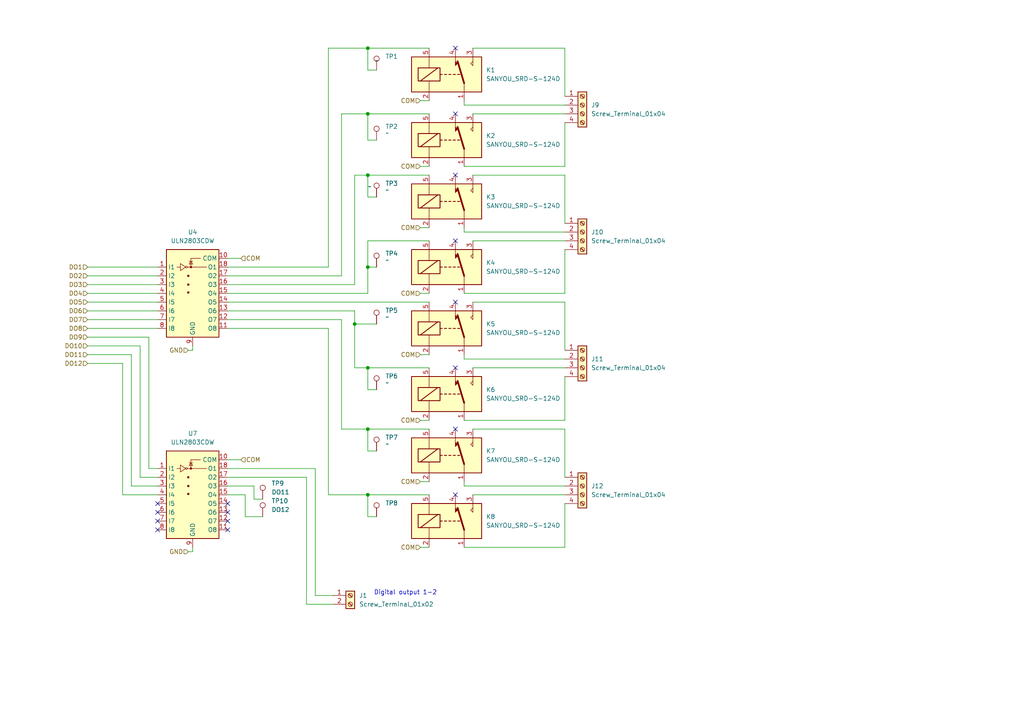
<source format=kicad_sch>
(kicad_sch (version 20250114) (generator "eeschema") (generator_version "9.0")
  (paper "A4")
  (title_block (title "controesp BASE") (date "2025-03-15") (rev "1") (comment 1 "1x display connector") (comment 2 "8x NO relay outputs; 2x 24V digital outputs") (comment 3 "8x 24V digital inputs; 2x 0-5V analog input") (comment 4 "24V supply") (comment 5 "12x 24V digital inputs") (comment 6 "1x 0-5V analog input") (comment 9 "test comment9"))
  (lib_symbols
    (symbol "Connector:Screw_Terminal_01x02" (pin_names (offset 1.016) (hide yes))
      (property "Reference" "J" (at 0 2.54 0))
      (property "Value" "Screw_Terminal_01x02" (at 0 -5.08 0))
      (symbol "Screw_Terminal_01x02_1_1"
        (rectangle (start -1.27 1.27) (end 1.27 -3.81) (stroke (width 0.254)) (fill (type background)))
        (polyline (pts (xy -0.5334 0.3302) (xy 0.3302 -0.508)) (stroke (width 0.1524)))
        (polyline (pts (xy -0.5334 -2.2098) (xy 0.3302 -3.048)) (stroke (width 0.1524)))
        (polyline (pts (xy -0.3556 0.508) (xy 0.508 -0.3302)) (stroke (width 0.1524)))
        (polyline (pts (xy -0.3556 -2.032) (xy 0.508 -2.8702)) (stroke (width 0.1524)))
        (circle (center 0 0) (radius 0.635) (stroke (width 0.1524)))
        (circle (center 0 -2.54) (radius 0.635) (stroke (width 0.1524)))
        (pin passive line (at -5.08 0 0) (length 3.81) (name "Pin_1") (number "1"))
        (pin passive line (at -5.08 -2.54 0) (length 3.81) (name "Pin_2") (number "2"))
      )
    )
    (symbol "Connector:Screw_Terminal_01x04" (pin_names (offset 1.016) (hide yes))
      (property "Reference" "J" (at 0 5.08 0))
      (property "Value" "Screw_Terminal_01x04" (at 0 -7.62 0))
      (symbol "Screw_Terminal_01x04_1_1"
        (rectangle (start -1.27 3.81) (end 1.27 -6.35) (stroke (width 0.254)) (fill (type background)))
        (polyline (pts (xy -0.5334 2.8702) (xy 0.3302 2.032)) (stroke (width 0.1524)))
        (polyline (pts (xy -0.5334 0.3302) (xy 0.3302 -0.508)) (stroke (width 0.1524)))
        (polyline (pts (xy -0.5334 -2.2098) (xy 0.3302 -3.048)) (stroke (width 0.1524)))
        (polyline (pts (xy -0.5334 -4.7498) (xy 0.3302 -5.588)) (stroke (width 0.1524)))
        (polyline (pts (xy -0.3556 3.048) (xy 0.508 2.2098)) (stroke (width 0.1524)))
        (polyline (pts (xy -0.3556 0.508) (xy 0.508 -0.3302)) (stroke (width 0.1524)))
        (polyline (pts (xy -0.3556 -2.032) (xy 0.508 -2.8702)) (stroke (width 0.1524)))
        (polyline (pts (xy -0.3556 -4.572) (xy 0.508 -5.4102)) (stroke (width 0.1524)))
        (circle (center 0 2.54) (radius 0.635) (stroke (width 0.1524)))
        (circle (center 0 0) (radius 0.635) (stroke (width 0.1524)))
        (circle (center 0 -2.54) (radius 0.635) (stroke (width 0.1524)))
        (circle (center 0 -5.08) (radius 0.635) (stroke (width 0.1524)))
        (pin passive line (at -5.08 2.54 0) (length 3.81) (name "Pin_1") (number "1"))
        (pin passive line (at -5.08 0 0) (length 3.81) (name "Pin_2") (number "2"))
        (pin passive line (at -5.08 -2.54 0) (length 3.81) (name "Pin_3") (number "3"))
        (pin passive line (at -5.08 -5.08 0) (length 3.81) (name "Pin_4") (number "4"))
      )
    )
    (symbol "Connector:TestPoint" (pin_numbers (hide yes)) (pin_names (offset 0.762) (hide yes))
      (property "Reference" "TP" (at 0 6.858 0))
      (property "Value" "TestPoint" (at 0 5.08 0))
      (symbol "TestPoint_0_1"
        (circle (center 0 3.302) (radius 0.762))
      )
      (symbol "TestPoint_1_1"
        (pin passive line (at 0 0 90) (length 2.54) (name "1") (number "1"))
      )
    )
    (symbol "Relay:SANYOU_SRD_Form_C"
      (property "Reference" "K" (at 11.43 3.81 0))
      (property "Value" "SANYOU_SRD_Form_C" (at 11.43 1.27 0))
      (symbol "SANYOU_SRD_Form_C_0_0"
        (polyline (pts (xy 7.62 5.08) (xy 7.62 2.54) (xy 6.985 3.175) (xy 7.62 3.81)))
      )
      (symbol "SANYOU_SRD_Form_C_0_1"
        (rectangle (start -10.16 5.08) (end 10.16 -5.08) (stroke (width 0.254)) (fill (type background)))
        (rectangle (start -8.255 1.905) (end -1.905 -1.905) (stroke (width 0.254)))
        (polyline (pts (xy -7.62 -1.905) (xy -2.54 1.905)) (stroke (width 0.254)))
        (polyline (pts (xy -5.08 5.08) (xy -5.08 1.905)))
        (polyline (pts (xy -5.08 -5.08) (xy -5.08 -1.905)))
        (polyline (pts (xy -1.905 0) (xy -1.27 0)) (stroke (width 0.254)))
        (polyline (pts (xy -0.635 0) (xy 0 0)) (stroke (width 0.254)))
        (polyline (pts (xy 0.635 0) (xy 1.27 0)) (stroke (width 0.254)))
        (polyline (pts (xy 1.905 0) (xy 2.54 0)) (stroke (width 0.254)))
        (polyline (pts (xy 3.175 0) (xy 3.81 0)) (stroke (width 0.254)))
        (polyline (pts (xy 5.08 -2.54) (xy 3.175 3.81)) (stroke (width 0.508)))
        (polyline (pts (xy 5.08 -2.54) (xy 5.08 -5.08)))
      )
      (symbol "SANYOU_SRD_Form_C_1_1"
        (polyline (pts (xy 2.54 3.81) (xy 3.175 3.175) (xy 2.54 2.54) (xy 2.54 5.08)) (fill (type outline)))
        (pin passive line (at -5.08 7.62 270) (length 2.54) (name "~") (number "5"))
        (pin passive line (at -5.08 -7.62 90) (length 2.54) (name "~") (number "2"))
        (pin passive line (at 2.54 7.62 270) (length 2.54) (name "~") (number "4"))
        (pin passive line (at 5.08 -7.62 90) (length 2.54) (name "~") (number "1"))
        (pin passive line (at 7.62 7.62 270) (length 2.54) (name "~") (number "3"))
      )
    )
    (symbol "Transistor_Array:ULN2803A"
      (property "Reference" "U" (at 0 13.335 0))
      (property "Value" "ULN2803A" (at 0 11.43 0))
      (symbol "ULN2803A_0_1"
        (rectangle (start -7.62 -15.24) (end 7.62 10.16) (stroke (width 0.254)) (fill (type background)))
        (polyline (pts (xy -4.572 5.08) (xy -3.556 5.08)))
        (polyline (pts (xy -3.556 6.096) (xy -3.556 4.064) (xy -2.032 5.08) (xy -3.556 6.096)))
        (circle (center -1.778 5.08) (radius 0.254))
        (polyline (pts (xy -1.524 5.08) (xy 4.064 5.08)))
        (circle (center -1.27 2.54) (radius 0.254) (fill (type outline)))
        (circle (center -1.27 0) (radius 0.254) (fill (type outline)))
        (circle (center -1.27 -2.286) (radius 0.254) (fill (type outline)))
        (circle (center -0.508 5.08) (radius 0.254) (fill (type outline)))
        (polyline (pts (xy -0.508 5.08) (xy -0.508 7.62) (xy 2.286 7.62)))
        (polyline (pts (xy 0 6.731) (xy -1.016 6.731)))
        (polyline (pts (xy 0 5.969) (xy -1.016 5.969) (xy -0.508 6.731) (xy 0 5.969)))
      )
      (symbol "ULN2803A_1_1"
        (pin input line (at -10.16 5.08 0) (length 2.54) (name "I1") (number "1"))
        (pin input line (at -10.16 2.54 0) (length 2.54) (name "I2") (number "2"))
        (pin input line (at -10.16 0 0) (length 2.54) (name "I3") (number "3"))
        (pin input line (at -10.16 -2.54 0) (length 2.54) (name "I4") (number "4"))
        (pin input line (at -10.16 -5.08 0) (length 2.54) (name "I5") (number "5"))
        (pin input line (at -10.16 -7.62 0) (length 2.54) (name "I6") (number "6"))
        (pin input line (at -10.16 -10.16 0) (length 2.54) (name "I7") (number "7"))
        (pin input line (at -10.16 -12.7 0) (length 2.54) (name "I8") (number "8"))
        (pin power_in line (at 0 -17.78 90) (length 2.54) (name "GND") (number "9"))
        (pin passive line (at 10.16 7.62 180) (length 2.54) (name "COM") (number "10"))
        (pin open_collector line (at 10.16 5.08 180) (length 2.54) (name "O1") (number "18"))
        (pin open_collector line (at 10.16 2.54 180) (length 2.54) (name "O2") (number "17"))
        (pin open_collector line (at 10.16 0 180) (length 2.54) (name "O3") (number "16"))
        (pin open_collector line (at 10.16 -2.54 180) (length 2.54) (name "O4") (number "15"))
        (pin open_collector line (at 10.16 -5.08 180) (length 2.54) (name "O5") (number "14"))
        (pin open_collector line (at 10.16 -7.62 180) (length 2.54) (name "O6") (number "13"))
        (pin open_collector line (at 10.16 -10.16 180) (length 2.54) (name "O7") (number "12"))
        (pin open_collector line (at 10.16 -12.7 180) (length 2.54) (name "O8") (number "11"))
      )
    )
  )
  (text "Digital output 1-2" (at 117.602 171.958 0) (effects (font (size 1.27 1.27))))
  (junction (at 106.68 50.8))
  (junction (at 106.68 77.47))
  (junction (at 102.87 93.98))
  (junction (at 106.68 124.46))
  (junction (at 106.68 143.51))
  (junction (at 106.68 106.68))
  (junction (at 106.68 13.97))
  (junction (at 106.68 33.02))
  (no_connect (at 66.04 146.05))
  (no_connect (at 132.08 143.51))
  (no_connect (at 45.72 153.67))
  (no_connect (at 66.04 148.59))
  (no_connect (at 45.72 148.59))
  (no_connect (at 66.04 153.67))
  (no_connect (at 132.08 13.97))
  (no_connect (at 132.08 106.68))
  (no_connect (at 132.08 87.63))
  (no_connect (at 132.08 50.8))
  (no_connect (at 45.72 146.05))
  (no_connect (at 66.04 151.13))
  (no_connect (at 132.08 124.46))
  (no_connect (at 132.08 69.85))
  (no_connect (at 45.72 151.13))
  (no_connect (at 132.08 33.02))
  (wire (pts (xy 25.4 97.79) (xy 43.18 97.79)))
  (wire (pts (xy 55.88 160.02) (xy 55.88 158.75)))
  (wire (pts (xy 25.4 95.25) (xy 45.72 95.25)))
  (wire (pts (xy 99.06 33.02) (xy 99.06 80.01)))
  (wire (pts (xy 102.87 93.98) (xy 102.87 90.17)))
  (wire (pts (xy 137.16 124.46) (xy 163.83 124.46)))
  (wire (pts (xy 134.62 29.21) (xy 134.62 30.48)))
  (wire (pts (xy 25.4 77.47) (xy 45.72 77.47)))
  (wire (pts (xy 134.62 67.31) (xy 163.83 67.31)))
  (wire (pts (xy 99.06 124.46) (xy 106.68 124.46)))
  (wire (pts (xy 134.62 30.48) (xy 163.83 30.48)))
  (wire (pts (xy 121.92 102.87) (xy 124.46 102.87)))
  (wire (pts (xy 102.87 106.68) (xy 102.87 93.98)))
  (wire (pts (xy 38.1 140.97) (xy 45.72 140.97)))
  (wire (pts (xy 88.9 175.26) (xy 96.52 175.26)))
  (wire (pts (xy 163.83 50.8) (xy 163.83 64.77)))
  (wire (pts (xy 99.06 33.02) (xy 106.68 33.02)))
  (wire (pts (xy 109.22 113.03) (xy 106.68 113.03)))
  (wire (pts (xy 106.68 124.46) (xy 124.46 124.46)))
  (wire (pts (xy 106.68 69.85) (xy 124.46 69.85)))
  (wire (pts (xy 91.44 135.89) (xy 91.44 172.72)))
  (wire (pts (xy 66.04 133.35) (xy 69.85 133.35)))
  (wire (pts (xy 95.25 143.51) (xy 106.68 143.51)))
  (wire (pts (xy 95.25 13.97) (xy 106.68 13.97)))
  (wire (pts (xy 106.68 77.47) (xy 109.22 77.47)))
  (wire (pts (xy 163.83 109.22) (xy 163.83 121.92)))
  (wire (pts (xy 163.83 13.97) (xy 163.83 27.94)))
  (wire (pts (xy 66.04 138.43) (xy 88.9 138.43)))
  (wire (pts (xy 121.92 48.26) (xy 124.46 48.26)))
  (wire (pts (xy 163.83 72.39) (xy 163.83 85.09)))
  (wire (pts (xy 40.64 138.43) (xy 45.72 138.43)))
  (wire (pts (xy 121.92 139.7) (xy 124.46 139.7)))
  (wire (pts (xy 137.16 143.51) (xy 163.83 143.51)))
  (wire (pts (xy 106.68 143.51) (xy 124.46 143.51)))
  (wire (pts (xy 109.22 20.32) (xy 106.68 20.32)))
  (wire (pts (xy 106.68 106.68) (xy 124.46 106.68)))
  (wire (pts (xy 134.62 66.04) (xy 134.62 67.31)))
  (wire (pts (xy 106.68 57.15) (xy 106.68 50.8)))
  (wire (pts (xy 25.4 92.71) (xy 45.72 92.71)))
  (wire (pts (xy 91.44 172.72) (xy 96.52 172.72)))
  (wire (pts (xy 106.68 130.81) (xy 106.68 124.46)))
  (wire (pts (xy 121.92 85.09) (xy 124.46 85.09)))
  (wire (pts (xy 163.83 146.05) (xy 163.83 158.75)))
  (wire (pts (xy 106.68 33.02) (xy 124.46 33.02)))
  (wire (pts (xy 25.4 90.17) (xy 45.72 90.17)))
  (wire (pts (xy 163.83 124.46) (xy 163.83 138.43)))
  (wire (pts (xy 66.04 135.89) (xy 91.44 135.89)))
  (wire (pts (xy 35.56 105.41) (xy 35.56 143.51)))
  (wire (pts (xy 102.87 106.68) (xy 106.68 106.68)))
  (wire (pts (xy 25.4 85.09) (xy 45.72 85.09)))
  (wire (pts (xy 99.06 92.71) (xy 99.06 124.46)))
  (wire (pts (xy 106.68 40.64) (xy 106.68 33.02)))
  (wire (pts (xy 109.22 40.64) (xy 106.68 40.64)))
  (wire (pts (xy 95.25 13.97) (xy 95.25 77.47)))
  (wire (pts (xy 66.04 95.25) (xy 95.25 95.25)))
  (wire (pts (xy 43.18 97.79) (xy 43.18 135.89)))
  (wire (pts (xy 66.04 82.55) (xy 102.87 82.55)))
  (wire (pts (xy 71.12 149.86) (xy 71.12 143.51)))
  (wire (pts (xy 66.04 85.09) (xy 106.68 85.09)))
  (wire (pts (xy 66.04 74.93) (xy 69.85 74.93)))
  (wire (pts (xy 40.64 100.33) (xy 40.64 138.43)))
  (wire (pts (xy 106.68 13.97) (xy 124.46 13.97)))
  (wire (pts (xy 106.68 20.32) (xy 106.68 13.97)))
  (wire (pts (xy 102.87 93.98) (xy 109.22 93.98)))
  (wire (pts (xy 121.92 29.21) (xy 124.46 29.21)))
  (wire (pts (xy 106.68 77.47) (xy 106.68 85.09)))
  (wire (pts (xy 54.61 101.6) (xy 55.88 101.6)))
  (wire (pts (xy 54.61 160.02) (xy 55.88 160.02)))
  (wire (pts (xy 109.22 130.81) (xy 106.68 130.81)))
  (wire (pts (xy 88.9 138.43) (xy 88.9 175.26)))
  (wire (pts (xy 25.4 100.33) (xy 40.64 100.33)))
  (wire (pts (xy 73.66 144.78) (xy 73.66 140.97)))
  (wire (pts (xy 55.88 101.6) (xy 55.88 100.33)))
  (wire (pts (xy 134.62 102.87) (xy 134.62 104.14)))
  (wire (pts (xy 76.2 149.86) (xy 71.12 149.86)))
  (wire (pts (xy 25.4 82.55) (xy 45.72 82.55)))
  (wire (pts (xy 66.04 77.47) (xy 95.25 77.47)))
  (wire (pts (xy 35.56 143.51) (xy 45.72 143.51)))
  (wire (pts (xy 43.18 135.89) (xy 45.72 135.89)))
  (wire (pts (xy 106.68 149.86) (xy 106.68 143.51)))
  (wire (pts (xy 163.83 87.63) (xy 163.83 101.6)))
  (wire (pts (xy 109.22 149.86) (xy 106.68 149.86)))
  (wire (pts (xy 134.62 139.7) (xy 134.62 140.97)))
  (wire (pts (xy 71.12 143.51) (xy 66.04 143.51)))
  (wire (pts (xy 137.16 13.97) (xy 163.83 13.97)))
  (wire (pts (xy 38.1 102.87) (xy 38.1 140.97)))
  (wire (pts (xy 102.87 50.8) (xy 102.87 82.55)))
  (wire (pts (xy 66.04 92.71) (xy 99.06 92.71)))
  (wire (pts (xy 106.68 50.8) (xy 124.46 50.8)))
  (wire (pts (xy 25.4 87.63) (xy 45.72 87.63)))
  (wire (pts (xy 25.4 80.01) (xy 45.72 80.01)))
  (wire (pts (xy 134.62 140.97) (xy 163.83 140.97)))
  (wire (pts (xy 66.04 87.63) (xy 124.46 87.63)))
  (wire (pts (xy 106.68 113.03) (xy 106.68 106.68)))
  (wire (pts (xy 163.83 85.09) (xy 134.62 85.09)))
  (wire (pts (xy 95.25 95.25) (xy 95.25 143.51)))
  (wire (pts (xy 134.62 104.14) (xy 163.83 104.14)))
  (wire (pts (xy 137.16 33.02) (xy 163.83 33.02)))
  (wire (pts (xy 66.04 80.01) (xy 99.06 80.01)))
  (wire (pts (xy 137.16 87.63) (xy 163.83 87.63)))
  (wire (pts (xy 163.83 35.56) (xy 163.83 48.26)))
  (wire (pts (xy 106.68 69.85) (xy 106.68 77.47)))
  (wire (pts (xy 25.4 102.87) (xy 38.1 102.87)))
  (wire (pts (xy 137.16 106.68) (xy 163.83 106.68)))
  (wire (pts (xy 121.92 66.04) (xy 124.46 66.04)))
  (wire (pts (xy 163.83 158.75) (xy 134.62 158.75)))
  (wire (pts (xy 73.66 140.97) (xy 66.04 140.97)))
  (wire (pts (xy 25.4 105.41) (xy 35.56 105.41)))
  (wire (pts (xy 137.16 50.8) (xy 163.83 50.8)))
  (wire (pts (xy 163.83 121.92) (xy 134.62 121.92)))
  (wire (pts (xy 66.04 90.17) (xy 102.87 90.17)))
  (wire (pts (xy 109.22 57.15) (xy 106.68 57.15)))
  (wire (pts (xy 163.83 48.26) (xy 134.62 48.26)))
  (wire (pts (xy 121.92 158.75) (xy 124.46 158.75)))
  (wire (pts (xy 121.92 121.92) (xy 124.46 121.92)))
  (wire (pts (xy 76.2 144.78) (xy 73.66 144.78)))
  (wire (pts (xy 102.87 50.8) (xy 106.68 50.8)))
  (wire (pts (xy 137.16 69.85) (xy 163.83 69.85)))
  (hierarchical_label "COM" (shape input) (at 121.92 85.09 180))
  (hierarchical_label "DO11" (shape input) (at 25.4 102.87 180))
  (hierarchical_label "DO10" (shape input) (at 25.4 100.33 180))
  (hierarchical_label "COM" (shape input) (at 121.92 139.7 180))
  (hierarchical_label "COM" (shape input) (at 69.85 133.35 0))
  (hierarchical_label "COM" (shape input) (at 121.92 121.92 180))
  (hierarchical_label "COM" (shape input) (at 121.92 48.26 180))
  (hierarchical_label "COM" (shape input) (at 121.92 66.04 180))
  (hierarchical_label "GND" (shape input) (at 54.61 101.6 180))
  (hierarchical_label "DO6" (shape input) (at 25.4 90.17 180))
  (hierarchical_label "DO3" (shape input) (at 25.4 82.55 180))
  (hierarchical_label "DO4" (shape input) (at 25.4 85.09 180))
  (hierarchical_label "DO8" (shape input) (at 25.4 95.25 180))
  (hierarchical_label "DO9" (shape input) (at 25.4 97.79 180))
  (hierarchical_label "DO7" (shape input) (at 25.4 92.71 180))
  (hierarchical_label "COM" (shape input) (at 69.85 74.93 0))
  (hierarchical_label "COM" (shape input) (at 121.92 29.21 180))
  (hierarchical_label "GND" (shape input) (at 54.61 160.02 180))
  (hierarchical_label "DO1" (shape input) (at 25.4 77.47 180))
  (hierarchical_label "COM" (shape input) (at 121.92 158.75 180))
  (hierarchical_label "DO5" (shape input) (at 25.4 87.63 180))
  (hierarchical_label "DO12" (shape input) (at 25.4 105.41 180))
  (hierarchical_label "DO2" (shape input) (at 25.4 80.01 180))
  (hierarchical_label "COM" (shape input) (at 121.92 102.87 180))
  (symbol (lib_id "Connector:Screw_Terminal_01x04") (at 168.91 104.14 0) (unit 1)
    (property "Reference" "J11" (at 171.45 104.1399 0) (effects (justify left)))
    (property "Value" "Screw_Terminal_01x04" (at 171.45 106.6799 0) (effects (justify left)))
    (property "Footprint" "Connector_Phoenix_MC:PhoenixContact_MC_1,5_4-G-3.5_1x04_P3.50mm_Horizontal" (effects (hide yes)))
    (property "Description" "Generic screw terminal, single row, 01x04, script generated (kicad-library-utils/schlib/autogen/connector/)" (effects (hide yes)))
    (property "LCSC" "C5241865" (effects (hide yes)))
  )
  (symbol (lib_id "Connector:TestPoint") (at 76.2 144.78 0) (unit 1)
    (property "Reference" "TP9" (at 78.74 140.2079 0) (effects (justify left)))
    (property "Value" "DO11" (at 78.74 142.7479 0) (effects (justify left)))
    (property "Footprint" "TestPoint:TestPoint_Plated_Hole_D2.0mm" (effects (hide yes)))
    (property "Description" "test point" (effects (hide yes)))
  )
  (symbol (lib_id "Relay:SANYOU_SRD_Form_C") (at 129.54 21.59 0) (unit 1)
    (property "Reference" "K1" (at 140.97 20.3199 0) (effects (justify left)))
    (property "Value" "SANYOU_SRD-S-124D" (at 140.97 22.8599 0) (effects (justify left)))
    (property "Footprint" "Relay_THT:Relay_SPDT_SANYOU_SRD_Series_Form_C" (effects (hide yes)))
    (property "Datasheet" "http://www.sanyourelay.ca/public/products/pdf/SRD.pdf" (effects (hide yes)))
    (property "Description" "Sanyo SRD relay, Single Pole Miniature Power Relay," (effects (hide yes)))
    (property "LCSC" "C276436" (effects (hide yes)))
  )
  (symbol (lib_id "Connector:TestPoint") (at 109.22 149.86 0) (unit 1)
    (property "Reference" "TP8" (at 111.76 145.9229 0) (effects (justify left)))
    (property "Value" "~" (at 106.68 54.102 0) (effects (justify left)))
    (property "Footprint" "TestPoint:TestPoint_Pad_D1.5mm" (effects (hide yes)))
    (property "Description" "test point" (effects (hide yes)))
  )
  (symbol (lib_id "Connector:TestPoint") (at 109.22 130.81 0) (unit 1)
    (property "Reference" "TP7" (at 111.76 126.8729 0) (effects (justify left)))
    (property "Value" "~" (at 111.76 128.778 0) (effects (justify left)))
    (property "Footprint" "TestPoint:TestPoint_Pad_D1.5mm" (effects (hide yes)))
    (property "Description" "test point" (effects (hide yes)))
  )
  (symbol (lib_id "Relay:SANYOU_SRD_Form_C") (at 129.54 151.13 0) (unit 1)
    (property "Reference" "K8" (at 140.97 149.8599 0) (effects (justify left)))
    (property "Value" "SANYOU_SRD-S-124D" (at 140.97 152.3999 0) (effects (justify left)))
    (property "Footprint" "Relay_THT:Relay_SPDT_SANYOU_SRD_Series_Form_C" (effects (hide yes)))
    (property "Datasheet" "http://www.sanyourelay.ca/public/products/pdf/SRD.pdf" (effects (hide yes)))
    (property "Description" "Sanyo SRD relay, Single Pole Miniature Power Relay," (effects (hide yes)))
    (property "LCSC" "C276436" (effects (hide yes)))
  )
  (symbol (lib_id "Connector:Screw_Terminal_01x04") (at 168.91 30.48 0) (unit 1)
    (property "Reference" "J9" (at 171.45 30.4799 0) (effects (justify left)))
    (property "Value" "Screw_Terminal_01x04" (at 171.45 33.0199 0) (effects (justify left)))
    (property "Footprint" "Connector_Phoenix_MC:PhoenixContact_MC_1,5_4-G-3.5_1x04_P3.50mm_Horizontal" (effects (hide yes)))
    (property "Description" "Generic screw terminal, single row, 01x04, script generated (kicad-library-utils/schlib/autogen/connector/)" (effects (hide yes)))
    (property "LCSC" "C5241865" (effects (hide yes)))
  )
  (symbol (lib_id "Connector:Screw_Terminal_01x02") (at 101.6 172.72 0) (unit 1)
    (property "Reference" "J1" (at 104.14 172.7199 0) (effects (justify left)))
    (property "Value" "Screw_Terminal_01x02" (at 104.14 175.2599 0) (effects (justify left)))
    (property "Footprint" "Connector_Phoenix_MC:PhoenixContact_MC_1,5_2-G-3.5_1x02_P3.50mm_Horizontal" (effects (hide yes)))
    (property "Description" "Generic screw terminal, single row, 01x02, script generated (kicad-library-utils/schlib/autogen/connector/)" (effects (hide yes)))
    (property "LCSC" "C61791" (effects (hide yes)))
  )
  (symbol (lib_id "Relay:SANYOU_SRD_Form_C") (at 129.54 77.47 0) (unit 1)
    (property "Reference" "K4" (at 140.97 76.1999 0) (effects (justify left)))
    (property "Value" "SANYOU_SRD-S-124D" (at 140.97 78.7399 0) (effects (justify left)))
    (property "Footprint" "Relay_THT:Relay_SPDT_SANYOU_SRD_Series_Form_C" (effects (hide yes)))
    (property "Datasheet" "http://www.sanyourelay.ca/public/products/pdf/SRD.pdf" (effects (hide yes)))
    (property "Description" "Sanyo SRD relay, Single Pole Miniature Power Relay," (effects (hide yes)))
    (property "LCSC" "C276436" (effects (hide yes)))
  )
  (symbol (lib_id "Connector:TestPoint") (at 109.22 113.03 0) (unit 1)
    (property "Reference" "TP6" (at 111.76 109.0929 0) (effects (justify left)))
    (property "Value" "~" (at 111.76 110.998 0) (effects (justify left)))
    (property "Footprint" "TestPoint:TestPoint_Pad_D1.5mm" (effects (hide yes)))
    (property "Description" "test point" (effects (hide yes)))
  )
  (symbol (lib_id "Connector:TestPoint") (at 109.22 40.64 0) (unit 1)
    (property "Reference" "TP2" (at 111.76 36.7029 0) (effects (justify left)))
    (property "Value" "~" (at 111.76 38.608 0) (effects (justify left)))
    (property "Footprint" "TestPoint:TestPoint_Pad_D1.5mm" (effects (hide yes)))
    (property "Description" "test point" (effects (hide yes)))
  )
  (symbol (lib_id "Relay:SANYOU_SRD_Form_C") (at 129.54 95.25 0) (unit 1)
    (property "Reference" "K5" (at 140.97 93.9799 0) (effects (justify left)))
    (property "Value" "SANYOU_SRD-S-124D" (at 140.97 96.5199 0) (effects (justify left)))
    (property "Footprint" "Relay_THT:Relay_SPDT_SANYOU_SRD_Series_Form_C" (effects (hide yes)))
    (property "Datasheet" "http://www.sanyourelay.ca/public/products/pdf/SRD.pdf" (effects (hide yes)))
    (property "Description" "Sanyo SRD relay, Single Pole Miniature Power Relay," (effects (hide yes)))
    (property "LCSC" "C276436" (effects (hide yes)))
  )
  (symbol (lib_id "Transistor_Array:ULN2803A") (at 55.88 140.97 0) (unit 1)
    (property "Reference" "U7" (at 55.88 125.73 0))
    (property "Value" "ULN2803CDW" (at 55.88 128.27 0))
    (property "Footprint" "Package_SO:SOIC-20W_7.5x12.8mm_P1.27mm" (effects (hide yes)))
    (property "Datasheet" "http://www.ti.com/lit/ds/symlink/uln2803a.pdf" (effects (hide yes)))
    (property "Description" "Darlington Transistor Arrays, SOIC18/DIP18" (effects (hide yes)))
    (property "LCSC" "C7494313" (effects (hide yes)))
  )
  (symbol (lib_id "Relay:SANYOU_SRD_Form_C") (at 129.54 132.08 0) (unit 1)
    (property "Reference" "K7" (at 140.97 130.8099 0) (effects (justify left)))
    (property "Value" "SANYOU_SRD-S-124D" (at 140.97 133.3499 0) (effects (justify left)))
    (property "Footprint" "Relay_THT:Relay_SPDT_SANYOU_SRD_Series_Form_C" (effects (hide yes)))
    (property "Datasheet" "http://www.sanyourelay.ca/public/products/pdf/SRD.pdf" (effects (hide yes)))
    (property "Description" "Sanyo SRD relay, Single Pole Miniature Power Relay," (effects (hide yes)))
    (property "LCSC" "C276436" (effects (hide yes)))
  )
  (symbol (lib_id "Connector:TestPoint") (at 76.2 149.86 0) (unit 1)
    (property "Reference" "TP10" (at 78.74 145.2879 0) (effects (justify left)))
    (property "Value" "DO12" (at 78.74 147.8279 0) (effects (justify left)))
    (property "Footprint" "TestPoint:TestPoint_Plated_Hole_D2.0mm" (effects (hide yes)))
    (property "Description" "test point" (effects (hide yes)))
  )
  (symbol (lib_id "Relay:SANYOU_SRD_Form_C") (at 129.54 40.64 0) (unit 1)
    (property "Reference" "K2" (at 140.97 39.3699 0) (effects (justify left)))
    (property "Value" "SANYOU_SRD-S-124D" (at 140.97 41.9099 0) (effects (justify left)))
    (property "Footprint" "Relay_THT:Relay_SPDT_SANYOU_SRD_Series_Form_C" (effects (hide yes)))
    (property "Datasheet" "http://www.sanyourelay.ca/public/products/pdf/SRD.pdf" (effects (hide yes)))
    (property "Description" "Sanyo SRD relay, Single Pole Miniature Power Relay," (effects (hide yes)))
    (property "LCSC" "C276436" (effects (hide yes)))
  )
  (symbol (lib_id "Connector:TestPoint") (at 109.22 20.32 0) (unit 1)
    (property "Reference" "TP1" (at 111.76 16.3829 0) (effects (justify left)))
    (property "Value" "~" (at 108.712 17.526 0) (effects (justify left)))
    (property "Footprint" "TestPoint:TestPoint_Pad_D1.5mm" (effects (hide yes)))
    (property "Description" "test point" (effects (hide yes)))
  )
  (symbol (lib_id "Relay:SANYOU_SRD_Form_C") (at 129.54 114.3 0) (unit 1)
    (property "Reference" "K6" (at 140.97 113.0299 0) (effects (justify left)))
    (property "Value" "SANYOU_SRD-S-124D" (at 140.97 115.5699 0) (effects (justify left)))
    (property "Footprint" "Relay_THT:Relay_SPDT_SANYOU_SRD_Series_Form_C" (effects (hide yes)))
    (property "Datasheet" "http://www.sanyourelay.ca/public/products/pdf/SRD.pdf" (effects (hide yes)))
    (property "Description" "Sanyo SRD relay, Single Pole Miniature Power Relay," (effects (hide yes)))
    (property "LCSC" "C276436" (effects (hide yes)))
  )
  (symbol (lib_id "Connector:Screw_Terminal_01x04") (at 168.91 67.31 0) (unit 1)
    (property "Reference" "J10" (at 171.45 67.3099 0) (effects (justify left)))
    (property "Value" "Screw_Terminal_01x04" (at 171.45 69.8499 0) (effects (justify left)))
    (property "Footprint" "Connector_Phoenix_MC:PhoenixContact_MC_1,5_4-G-3.5_1x04_P3.50mm_Horizontal" (effects (hide yes)))
    (property "Description" "Generic screw terminal, single row, 01x04, script generated (kicad-library-utils/schlib/autogen/connector/)" (effects (hide yes)))
    (property "LCSC" "C5241865" (effects (hide yes)))
  )
  (symbol (lib_id "Connector:TestPoint") (at 109.22 77.47 0) (unit 1)
    (property "Reference" "TP4" (at 111.76 73.5329 0) (effects (justify left)))
    (property "Value" "~" (at 111.76 75.438 0) (effects (justify left)))
    (property "Footprint" "TestPoint:TestPoint_Pad_D1.5mm" (effects (hide yes)))
    (property "Description" "test point" (effects (hide yes)))
  )
  (symbol (lib_id "Connector:TestPoint") (at 109.22 93.98 0) (unit 1)
    (property "Reference" "TP5" (at 111.76 90.0429 0) (effects (justify left)))
    (property "Value" "~" (at 111.76 91.948 0) (effects (justify left)))
    (property "Footprint" "TestPoint:TestPoint_Pad_D1.5mm" (effects (hide yes)))
    (property "Description" "test point" (effects (hide yes)))
  )
  (symbol (lib_id "Connector:Screw_Terminal_01x04") (at 168.91 140.97 0) (unit 1)
    (property "Reference" "J12" (at 171.45 140.9699 0) (effects (justify left)))
    (property "Value" "Screw_Terminal_01x04" (at 171.45 143.5099 0) (effects (justify left)))
    (property "Footprint" "Connector_Phoenix_MC:PhoenixContact_MC_1,5_4-G-3.5_1x04_P3.50mm_Horizontal" (effects (hide yes)))
    (property "Description" "Generic screw terminal, single row, 01x04, script generated (kicad-library-utils/schlib/autogen/connector/)" (effects (hide yes)))
    (property "LCSC" "C5241865" (effects (hide yes)))
  )
  (symbol (lib_id "Transistor_Array:ULN2803A") (at 55.88 82.55 0) (unit 1)
    (property "Reference" "U4" (at 55.88 67.31 0))
    (property "Value" "ULN2803CDW" (at 55.88 69.85 0))
    (property "Footprint" "Package_SO:SOIC-20W_7.5x12.8mm_P1.27mm" (effects (hide yes)))
    (property "Datasheet" "http://www.ti.com/lit/ds/symlink/uln2803a.pdf" (effects (hide yes)))
    (property "Description" "Darlington Transistor Arrays, SOIC18/DIP18" (effects (hide yes)))
    (property "LCSC" "C7494313" (effects (hide yes)))
  )
  (symbol (lib_id "Connector:TestPoint") (at 109.22 57.15 0) (unit 1)
    (property "Reference" "TP3" (at 111.76 53.2129 0) (effects (justify left)))
    (property "Value" "~" (at 111.76 55.118 0) (effects (justify left)))
    (property "Footprint" "TestPoint:TestPoint_Pad_D1.5mm" (effects (hide yes)))
    (property "Description" "test point" (effects (hide yes)))
  )
  (symbol (lib_id "Relay:SANYOU_SRD_Form_C") (at 129.54 58.42 0) (unit 1)
    (property "Reference" "K3" (at 140.97 57.1499 0) (effects (justify left)))
    (property "Value" "SANYOU_SRD-S-124D" (at 140.97 59.6899 0) (effects (justify left)))
    (property "Footprint" "Relay_THT:Relay_SPDT_SANYOU_SRD_Series_Form_C" (effects (hide yes)))
    (property "Datasheet" "http://www.sanyourelay.ca/public/products/pdf/SRD.pdf" (effects (hide yes)))
    (property "Description" "Sanyo SRD relay, Single Pole Miniature Power Relay," (effects (hide yes)))
    (property "LCSC" "C276436" (effects (hide yes)))
  )
)
</source>
